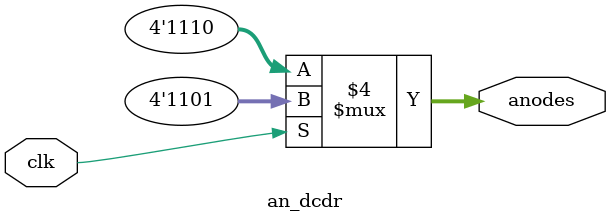
<source format=v>
`timescale 1ns / 1ps


module an_dcdr(
    input clk,
    output reg [3:0] anodes
    );
    
    always @(*)
    begin
        if (clk == 1)
            anodes = 4'b1101; //display 2nd left most seg display
        else
            anodes = 4'b1110; // display left most seg display
    end
endmodule

</source>
